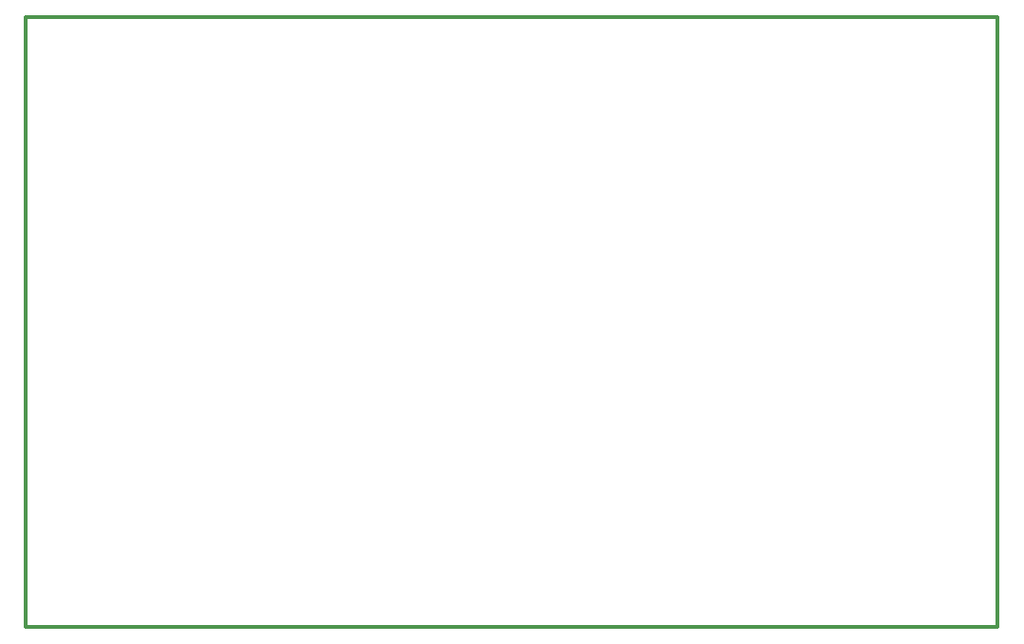
<source format=gbr>
G04 DesignSpark PCB Gerber Version 10.0 Build 5299*
%FSLAX35Y35*%
%MOIN*%
%ADD84C,0.01200*%
X0Y0D02*
D02*
D84*
X600Y600D02*
X341600D01*
Y214700D01*
X600D01*
Y600D01*
X0Y0D02*
M02*

</source>
